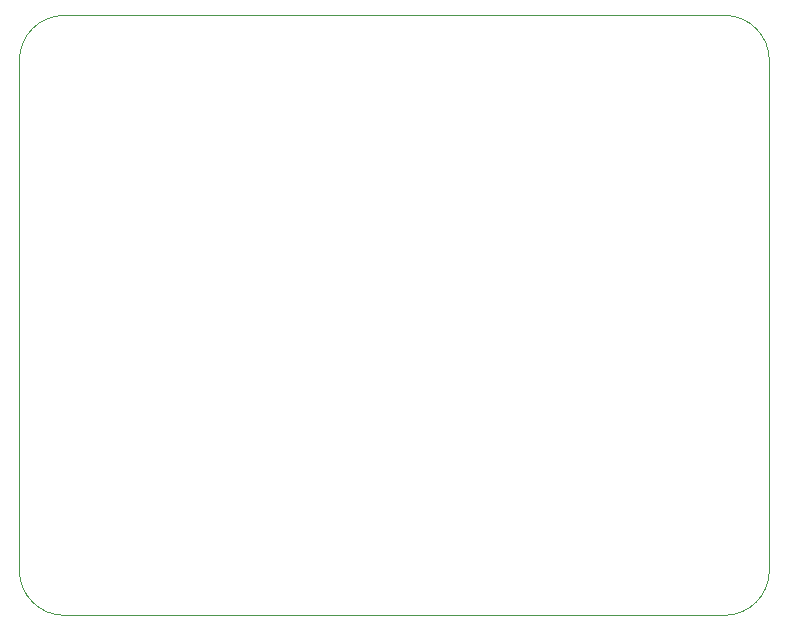
<source format=gbr>
%TF.GenerationSoftware,KiCad,Pcbnew,7.0.6*%
%TF.CreationDate,2023-11-02T08:50:25-04:00*%
%TF.ProjectId,destinationWeatherStation_r4-5,64657374-696e-4617-9469-6f6e57656174,4.5*%
%TF.SameCoordinates,Original*%
%TF.FileFunction,Profile,NP*%
%FSLAX46Y46*%
G04 Gerber Fmt 4.6, Leading zero omitted, Abs format (unit mm)*
G04 Created by KiCad (PCBNEW 7.0.6) date 2023-11-02 08:50:25*
%MOMM*%
%LPD*%
G01*
G04 APERTURE LIST*
%TA.AperFunction,Profile*%
%ADD10C,0.100000*%
%TD*%
G04 APERTURE END LIST*
D10*
X172720000Y-71120000D02*
X116840000Y-71120000D01*
X116840000Y-71120000D02*
G75*
G03*
X113030000Y-74930000I0J-3810000D01*
G01*
X113030000Y-118110000D02*
X113030000Y-74930000D01*
X113030000Y-118110000D02*
G75*
G03*
X116840000Y-121920000I3810000J0D01*
G01*
X172720000Y-121920000D02*
X116840000Y-121920000D01*
X176530000Y-118110000D02*
X176530000Y-74930000D01*
X176530000Y-74930000D02*
G75*
G03*
X172720000Y-71120000I-3810000J0D01*
G01*
X172720000Y-121920000D02*
G75*
G03*
X176530000Y-118110000I0J3810000D01*
G01*
M02*

</source>
